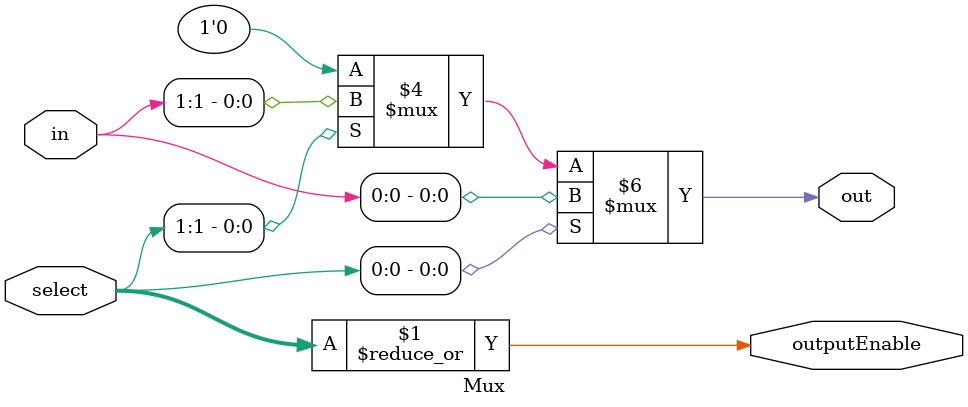
<source format=v>
module Mux #(
		parameter WIDTH = 1,
		parameter INPUTS = 2
	)(
		input wire[INPUTS-1:0] select,
		input wire[(WIDTH*INPUTS)-1:0] in,
		output reg[WIDTH-1:0] out,
		output wire outputEnable
	);
	
	generate
		if (INPUTS == 1) begin
			always @(*) begin
				case (1'b1)
					select[0]: out <= in[WIDTH-1:0];
					default: out <= {WIDTH{1'b0}};
				endcase
			end
		end else if (INPUTS == 2) begin
			always @(*) begin
				case (1'b1)
					select[0]: out <= in[WIDTH-1:0];
					select[1]: out <= in[(1 * WIDTH) + WIDTH - 1:1 * WIDTH];
					default: out <= {WIDTH{1'b0}};
				endcase
			end
		end else if (INPUTS == 3) begin
			always @(*) begin
				case (1'b1)
					select[0]: out <= in[WIDTH-1:0];
					select[1]: out <= in[(1 * WIDTH) + WIDTH - 1:1 * WIDTH];
					select[2]: out <= in[(2 * WIDTH) + WIDTH - 1:2 * WIDTH];
					default: out <= {WIDTH{1'b0}};
				endcase
			end
		end else if (INPUTS == 4) begin
			always @(*) begin
				case (1'b1)
					select[0]: out <= in[WIDTH-1:0];
					select[1]: out <= in[(1 * WIDTH) + WIDTH - 1:1 * WIDTH];
					select[2]: out <= in[(2 * WIDTH) + WIDTH - 1:2 * WIDTH];
					select[3]: out <= in[(3 * WIDTH) + WIDTH - 1:3 * WIDTH];
					default: out <= {WIDTH{1'b0}};
				endcase
			end
		end else if (INPUTS == 5) begin
			always @(*) begin
				case (1'b1)
					select[0]: out <= in[WIDTH-1:0];
					select[1]: out <= in[(1 * WIDTH) + WIDTH - 1:1 * WIDTH];
					select[2]: out <= in[(2 * WIDTH) + WIDTH - 1:2 * WIDTH];
					select[3]: out <= in[(3 * WIDTH) + WIDTH - 1:3 * WIDTH];
					select[4]: out <= in[(4 * WIDTH) + WIDTH - 1:4 * WIDTH];
					default: out <= {WIDTH{1'b0}};
				endcase
			end
		end else if (INPUTS == 6) begin
			always @(*) begin
				case (1'b1)
					select[0]: out <= in[WIDTH-1:0];
					select[1]: out <= in[(1 * WIDTH) + WIDTH - 1:1 * WIDTH];
					select[2]: out <= in[(2 * WIDTH) + WIDTH - 1:2 * WIDTH];
					select[3]: out <= in[(3 * WIDTH) + WIDTH - 1:3 * WIDTH];
					select[4]: out <= in[(4 * WIDTH) + WIDTH - 1:4 * WIDTH];
					select[5]: out <= in[(5 * WIDTH) + WIDTH - 1:5 * WIDTH];
					default: out <= {WIDTH{1'b0}};
				endcase
			end
		end else if (INPUTS == 7) begin
			always @(*) begin
				case (1'b1)
					select[0]: out <= in[WIDTH-1:0];
					select[1]: out <= in[(1 * WIDTH) + WIDTH - 1:1 * WIDTH];
					select[2]: out <= in[(2 * WIDTH) + WIDTH - 1:2 * WIDTH];
					select[3]: out <= in[(3 * WIDTH) + WIDTH - 1:3 * WIDTH];
					select[4]: out <= in[(4 * WIDTH) + WIDTH - 1:4 * WIDTH];
					select[5]: out <= in[(5 * WIDTH) + WIDTH - 1:5 * WIDTH];
					select[6]: out <= in[(6 * WIDTH) + WIDTH - 1:6 * WIDTH];
					default: out <= {WIDTH{1'b0}};
				endcase
			end
		end else if (INPUTS == 8) begin
			always @(*) begin
				case (1'b1)
					select[0]: out <= in[WIDTH-1:0];
					select[1]: out <= in[(1 * WIDTH) + WIDTH - 1:1 * WIDTH];
					select[2]: out <= in[(2 * WIDTH) + WIDTH - 1:2 * WIDTH];
					select[3]: out <= in[(3 * WIDTH) + WIDTH - 1:3 * WIDTH];
					select[4]: out <= in[(4 * WIDTH) + WIDTH - 1:4 * WIDTH];
					select[5]: out <= in[(5 * WIDTH) + WIDTH - 1:5 * WIDTH];
					select[6]: out <= in[(6 * WIDTH) + WIDTH - 1:6 * WIDTH];
					select[7]: out <= in[(7 * WIDTH) + WIDTH - 1:7 * WIDTH];
					default: out <= {WIDTH{1'b0}};
				endcase
			end
		end else begin
			// integer i;
			// always @(*) begin
			// 	for (i = 0; i < INPUTS; i = i + 1) begin
			// 		if (select[i]) out <= in[(i * WIDTH) + WIDTH - 1:i * WIDTH];
			// 	end
			// end
		end
	endgenerate

	assign outputEnable = |select;

endmodule
</source>
